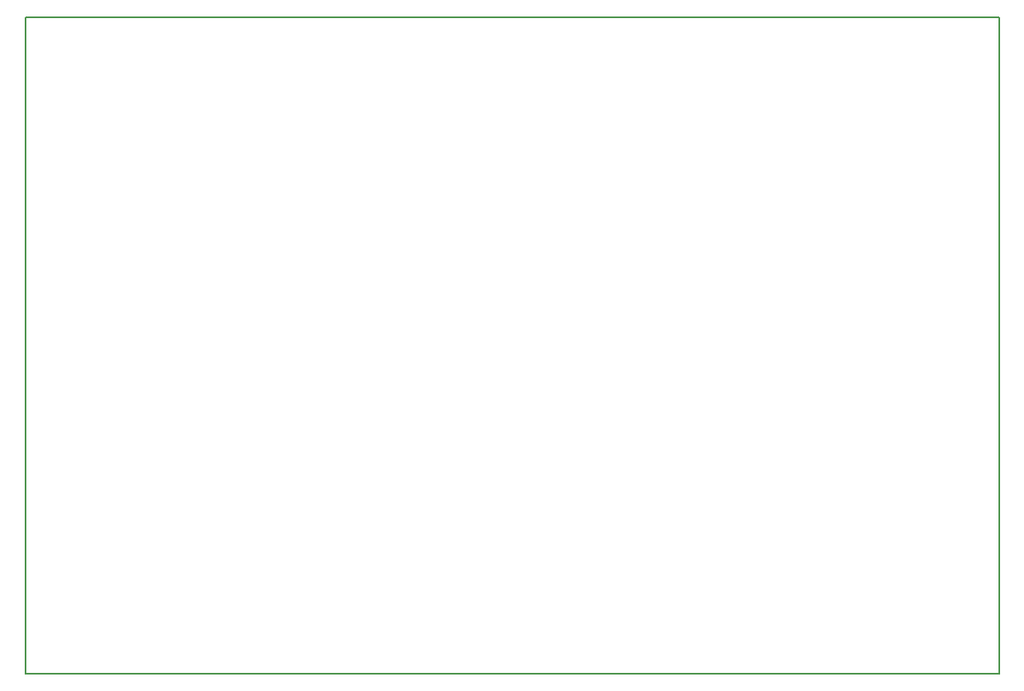
<source format=gbr>
G04 #@! TF.FileFunction,Profile,NP*
%FSLAX46Y46*%
G04 Gerber Fmt 4.6, Leading zero omitted, Abs format (unit mm)*
G04 Created by KiCad (PCBNEW 4.0.7) date 12/03/17 22:14:14*
%MOMM*%
%LPD*%
G01*
G04 APERTURE LIST*
%ADD10C,0.100000*%
%ADD11C,0.200000*%
G04 APERTURE END LIST*
D10*
D11*
X200000000Y-62500000D02*
X200000000Y-130000000D01*
X100000000Y-130000000D02*
X200000000Y-130000000D01*
X100000000Y-62500000D02*
X200000000Y-62500000D01*
X100000000Y-62500000D02*
X100000000Y-130000000D01*
M02*

</source>
